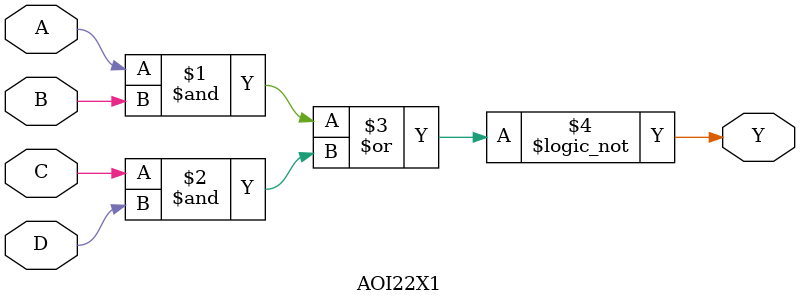
<source format=v>


module AOI22X1 ( Y, A, B, C, D );

  input A;
  input C;
  output Y;
  input D;
  input B;
   assign Y = !((A&B)|(C&D));
   
endmodule

</source>
